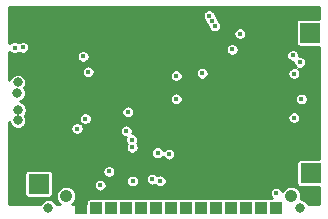
<source format=gbr>
G04 #@! TF.GenerationSoftware,KiCad,Pcbnew,(5.1.6)-1*
G04 #@! TF.CreationDate,2021-09-25T22:06:40+02:00*
G04 #@! TF.ProjectId,nrfmodule,6e72666d-6f64-4756-9c65-2e6b69636164,rev?*
G04 #@! TF.SameCoordinates,Original*
G04 #@! TF.FileFunction,Copper,L3,Inr*
G04 #@! TF.FilePolarity,Positive*
%FSLAX46Y46*%
G04 Gerber Fmt 4.6, Leading zero omitted, Abs format (unit mm)*
G04 Created by KiCad (PCBNEW (5.1.6)-1) date 2021-09-25 22:06:40*
%MOMM*%
%LPD*%
G01*
G04 APERTURE LIST*
G04 #@! TA.AperFunction,ViaPad*
%ADD10R,1.725000X1.725000*%
G04 #@! TD*
G04 #@! TA.AperFunction,ViaPad*
%ADD11C,1.067000*%
G04 #@! TD*
G04 #@! TA.AperFunction,ViaPad*
%ADD12C,0.813000*%
G04 #@! TD*
G04 #@! TA.AperFunction,ViaPad*
%ADD13R,1.016000X1.016000*%
G04 #@! TD*
G04 #@! TA.AperFunction,ViaPad*
%ADD14C,0.450000*%
G04 #@! TD*
G04 #@! TA.AperFunction,ViaPad*
%ADD15C,0.800000*%
G04 #@! TD*
G04 #@! TA.AperFunction,Conductor*
%ADD16C,0.254000*%
G04 #@! TD*
G04 APERTURE END LIST*
D10*
G04 #@! TO.N,+5V*
G04 #@! TO.C,5V+1*
X142030000Y-107360000D03*
G04 #@! TD*
G04 #@! TO.N,GND*
G04 #@! TO.C,GND1*
X142180000Y-93700000D03*
G04 #@! TD*
G04 #@! TO.N,RXNRF*
G04 #@! TO.C,RX1*
X165060000Y-106460000D03*
G04 #@! TD*
G04 #@! TO.N,TXNRF*
G04 #@! TO.C,TX1*
X165000000Y-94560000D03*
G04 #@! TD*
D11*
G04 #@! TO.N,N/C*
G04 #@! TO.C,Edge_Connect1*
X144370000Y-108399000D03*
D12*
X142871000Y-109390000D03*
X164182000Y-109390000D03*
D11*
X163420000Y-108399000D03*
D13*
G04 #@! TO.N,GND*
X145640000Y-109390000D03*
G04 #@! TO.N,Net-(Edge_Connect1-Pad13)*
X146910000Y-109390000D03*
G04 #@! TO.N,Net-(Edge_Connect1-Pad12)*
X148180000Y-109390000D03*
G04 #@! TO.N,Net-(Edge_Connect1-Pad11)*
X149450000Y-109390000D03*
G04 #@! TO.N,TX2*
X150720000Y-109390000D03*
G04 #@! TO.N,RX2*
X151990000Y-109390000D03*
G04 #@! TO.N,TX1*
X153260000Y-109390000D03*
G04 #@! TO.N,RX1*
X154530000Y-109390000D03*
G04 #@! TO.N,SWO*
X155800000Y-109390000D03*
G04 #@! TO.N,SWDIO*
X157070000Y-109390000D03*
G04 #@! TO.N,SWDCLK*
X158340000Y-109390000D03*
G04 #@! TO.N,NRESET*
X159610000Y-109390000D03*
G04 #@! TO.N,+1V8*
X160880000Y-109390000D03*
G04 #@! TO.N,VCC*
X162150000Y-109390000D03*
G04 #@! TD*
D14*
G04 #@! TO.N,GND*
X159760000Y-107900000D03*
G04 #@! TO.N,VCC*
X156470000Y-93120000D03*
D15*
X140280000Y-102000000D03*
X140300000Y-101090000D03*
X140250000Y-99670000D03*
X140260000Y-98770000D03*
G04 #@! TO.N,GND*
X147790000Y-99350000D03*
X144720000Y-99400000D03*
X143050000Y-101920000D03*
X143100000Y-100980000D03*
X143030000Y-99640000D03*
X143030000Y-98710000D03*
D14*
X151100000Y-103650000D03*
D15*
X153390000Y-92760000D03*
X147290000Y-93630000D03*
X144320000Y-93580000D03*
X156700000Y-101720000D03*
X158750000Y-102150000D03*
D14*
X164340000Y-100970000D03*
D15*
X158770000Y-100400000D03*
X158730000Y-98850000D03*
X158740000Y-97370000D03*
X160770000Y-97320000D03*
X160770000Y-98900000D03*
X160750000Y-100470000D03*
X160760000Y-102100000D03*
X152750000Y-98880000D03*
X154780000Y-98890000D03*
X141930000Y-104100000D03*
X141920000Y-104960000D03*
D14*
X157180000Y-104730000D03*
X153000000Y-106410000D03*
D15*
X139890000Y-94600000D03*
X150580000Y-93860000D03*
X162850000Y-95100000D03*
X165410000Y-108730000D03*
X139890000Y-108710000D03*
X139960000Y-106290000D03*
X140430000Y-104900000D03*
X144570000Y-106910000D03*
X149630000Y-100300000D03*
D14*
X154970000Y-106330000D03*
D15*
X139980000Y-92700000D03*
X145740000Y-92810000D03*
X149090000Y-92740000D03*
X165330000Y-92740000D03*
D14*
X149060000Y-106620000D03*
X146880000Y-105620000D03*
X150800000Y-107240000D03*
X165260000Y-95870000D03*
X143050000Y-97620000D03*
X140020000Y-97290000D03*
X159340000Y-93700000D03*
G04 #@! TO.N,VCC*
X164290000Y-100190000D03*
X163642001Y-98030000D03*
X156690000Y-93580000D03*
X156940000Y-93990000D03*
X162150000Y-108150000D03*
G04 #@! TO.N,+1V8*
X140690000Y-95810000D03*
X140000000Y-95820000D03*
X163550000Y-96490000D03*
G04 #@! TO.N,SIM1.8v*
X147980000Y-106315002D03*
X147238989Y-107475769D03*
G04 #@! TO.N,TX2*
X145290000Y-102680000D03*
X159085002Y-94651186D03*
G04 #@! TO.N,RX2*
X146000000Y-101840000D03*
X158415496Y-95981870D03*
G04 #@! TO.N,TX1*
X155880000Y-98000000D03*
G04 #@! TO.N,RX1*
X153697910Y-98206828D03*
X153699675Y-100166134D03*
X153054302Y-104855002D03*
X152330244Y-107111059D03*
G04 #@! TO.N,Net-(NRF91-Pad61)*
X145800000Y-96570000D03*
G04 #@! TO.N,DATSIM*
X149447907Y-102881208D03*
G04 #@! TO.N,CLKSIM*
X149923707Y-103626168D03*
X149580000Y-101270000D03*
X149990000Y-107120814D03*
G04 #@! TO.N,RSTSIM*
X149962699Y-104275000D03*
X152104351Y-104729349D03*
X151643240Y-106971085D03*
G04 #@! TO.N,RXNRF*
X164160000Y-97075002D03*
G04 #@! TO.N,Net-(NRF91-Pad67)*
X146225000Y-97875000D03*
G04 #@! TO.N,+1V8*
X163650000Y-101760000D03*
G04 #@! TD*
D16*
G04 #@! TO.N,GND*
G36*
X165771001Y-93368918D02*
G01*
X164137500Y-93368918D01*
X164073397Y-93375232D01*
X164011757Y-93393930D01*
X163954950Y-93424294D01*
X163905157Y-93465157D01*
X163864294Y-93514950D01*
X163833930Y-93571757D01*
X163815232Y-93633397D01*
X163808918Y-93697500D01*
X163808918Y-95422500D01*
X163815232Y-95486603D01*
X163833930Y-95548243D01*
X163864294Y-95605050D01*
X163905157Y-95654843D01*
X163954950Y-95695706D01*
X164011757Y-95726070D01*
X164073397Y-95744768D01*
X164137500Y-95751082D01*
X165771001Y-95751082D01*
X165771000Y-105268918D01*
X164197500Y-105268918D01*
X164133397Y-105275232D01*
X164071757Y-105293930D01*
X164014950Y-105324294D01*
X163965157Y-105365157D01*
X163924294Y-105414950D01*
X163893930Y-105471757D01*
X163875232Y-105533397D01*
X163868918Y-105597500D01*
X163868918Y-107322500D01*
X163875232Y-107386603D01*
X163893930Y-107448243D01*
X163924294Y-107505050D01*
X163965157Y-107554843D01*
X164014950Y-107595706D01*
X164071757Y-107626070D01*
X164133397Y-107644768D01*
X164197500Y-107651082D01*
X165771000Y-107651082D01*
X165771000Y-109101000D01*
X164856227Y-109101000D01*
X164832019Y-109042558D01*
X164751747Y-108922421D01*
X164649579Y-108820253D01*
X164529442Y-108739981D01*
X164395954Y-108684688D01*
X164254243Y-108656500D01*
X164244739Y-108656500D01*
X164247432Y-108649999D01*
X164280500Y-108483752D01*
X164280500Y-108314248D01*
X164247432Y-108148001D01*
X164182566Y-107991400D01*
X164088394Y-107850463D01*
X163968537Y-107730606D01*
X163827600Y-107636434D01*
X163670999Y-107571568D01*
X163504752Y-107538500D01*
X163335248Y-107538500D01*
X163169001Y-107571568D01*
X163012400Y-107636434D01*
X162871463Y-107730606D01*
X162751606Y-107850463D01*
X162672467Y-107968902D01*
X162639176Y-107888530D01*
X162578766Y-107798120D01*
X162501880Y-107721234D01*
X162411470Y-107660824D01*
X162311012Y-107619213D01*
X162204367Y-107598000D01*
X162095633Y-107598000D01*
X161988988Y-107619213D01*
X161888530Y-107660824D01*
X161798120Y-107721234D01*
X161721234Y-107798120D01*
X161660824Y-107888530D01*
X161619213Y-107988988D01*
X161598000Y-108095633D01*
X161598000Y-108204367D01*
X161619213Y-108311012D01*
X161660824Y-108411470D01*
X161721234Y-108501880D01*
X161772772Y-108553418D01*
X161642000Y-108553418D01*
X161577897Y-108559732D01*
X161516257Y-108578430D01*
X161515000Y-108579102D01*
X161513743Y-108578430D01*
X161452103Y-108559732D01*
X161388000Y-108553418D01*
X160372000Y-108553418D01*
X160307897Y-108559732D01*
X160246257Y-108578430D01*
X160245000Y-108579102D01*
X160243743Y-108578430D01*
X160182103Y-108559732D01*
X160118000Y-108553418D01*
X159102000Y-108553418D01*
X159037897Y-108559732D01*
X158976257Y-108578430D01*
X158975000Y-108579102D01*
X158973743Y-108578430D01*
X158912103Y-108559732D01*
X158848000Y-108553418D01*
X157832000Y-108553418D01*
X157767897Y-108559732D01*
X157706257Y-108578430D01*
X157705000Y-108579102D01*
X157703743Y-108578430D01*
X157642103Y-108559732D01*
X157578000Y-108553418D01*
X156562000Y-108553418D01*
X156497897Y-108559732D01*
X156436257Y-108578430D01*
X156435000Y-108579102D01*
X156433743Y-108578430D01*
X156372103Y-108559732D01*
X156308000Y-108553418D01*
X155292000Y-108553418D01*
X155227897Y-108559732D01*
X155166257Y-108578430D01*
X155165000Y-108579102D01*
X155163743Y-108578430D01*
X155102103Y-108559732D01*
X155038000Y-108553418D01*
X154022000Y-108553418D01*
X153957897Y-108559732D01*
X153896257Y-108578430D01*
X153895000Y-108579102D01*
X153893743Y-108578430D01*
X153832103Y-108559732D01*
X153768000Y-108553418D01*
X152752000Y-108553418D01*
X152687897Y-108559732D01*
X152626257Y-108578430D01*
X152625000Y-108579102D01*
X152623743Y-108578430D01*
X152562103Y-108559732D01*
X152498000Y-108553418D01*
X151482000Y-108553418D01*
X151417897Y-108559732D01*
X151356257Y-108578430D01*
X151355000Y-108579102D01*
X151353743Y-108578430D01*
X151292103Y-108559732D01*
X151228000Y-108553418D01*
X150212000Y-108553418D01*
X150147897Y-108559732D01*
X150086257Y-108578430D01*
X150085000Y-108579102D01*
X150083743Y-108578430D01*
X150022103Y-108559732D01*
X149958000Y-108553418D01*
X148942000Y-108553418D01*
X148877897Y-108559732D01*
X148816257Y-108578430D01*
X148815000Y-108579102D01*
X148813743Y-108578430D01*
X148752103Y-108559732D01*
X148688000Y-108553418D01*
X147672000Y-108553418D01*
X147607897Y-108559732D01*
X147546257Y-108578430D01*
X147545000Y-108579102D01*
X147543743Y-108578430D01*
X147482103Y-108559732D01*
X147418000Y-108553418D01*
X146402000Y-108553418D01*
X146337897Y-108559732D01*
X146276257Y-108578430D01*
X146219450Y-108608794D01*
X146169657Y-108649657D01*
X146128794Y-108699450D01*
X146098430Y-108756257D01*
X146079732Y-108817897D01*
X146073418Y-108882000D01*
X146073418Y-109101000D01*
X144868243Y-109101000D01*
X144918537Y-109067394D01*
X145038394Y-108947537D01*
X145132566Y-108806600D01*
X145197432Y-108649999D01*
X145230500Y-108483752D01*
X145230500Y-108314248D01*
X145197432Y-108148001D01*
X145132566Y-107991400D01*
X145038394Y-107850463D01*
X144918537Y-107730606D01*
X144777600Y-107636434D01*
X144620999Y-107571568D01*
X144454752Y-107538500D01*
X144285248Y-107538500D01*
X144119001Y-107571568D01*
X143962400Y-107636434D01*
X143821463Y-107730606D01*
X143701606Y-107850463D01*
X143607434Y-107991400D01*
X143542568Y-108148001D01*
X143509500Y-108314248D01*
X143509500Y-108483752D01*
X143542568Y-108649999D01*
X143607434Y-108806600D01*
X143701606Y-108947537D01*
X143821463Y-109067394D01*
X143871757Y-109101000D01*
X143545227Y-109101000D01*
X143521019Y-109042558D01*
X143440747Y-108922421D01*
X143338579Y-108820253D01*
X143218442Y-108739981D01*
X143084954Y-108684688D01*
X142943243Y-108656500D01*
X142798757Y-108656500D01*
X142657046Y-108684688D01*
X142523558Y-108739981D01*
X142403421Y-108820253D01*
X142301253Y-108922421D01*
X142220981Y-109042558D01*
X142196773Y-109101000D01*
X139559161Y-109101000D01*
X139560666Y-106497500D01*
X140838918Y-106497500D01*
X140838918Y-108222500D01*
X140845232Y-108286603D01*
X140863930Y-108348243D01*
X140894294Y-108405050D01*
X140935157Y-108454843D01*
X140984950Y-108495706D01*
X141041757Y-108526070D01*
X141103397Y-108544768D01*
X141167500Y-108551082D01*
X142892500Y-108551082D01*
X142956603Y-108544768D01*
X143018243Y-108526070D01*
X143075050Y-108495706D01*
X143124843Y-108454843D01*
X143165706Y-108405050D01*
X143196070Y-108348243D01*
X143214768Y-108286603D01*
X143221082Y-108222500D01*
X143221082Y-107421402D01*
X146686989Y-107421402D01*
X146686989Y-107530136D01*
X146708202Y-107636781D01*
X146749813Y-107737239D01*
X146810223Y-107827649D01*
X146887109Y-107904535D01*
X146977519Y-107964945D01*
X147077977Y-108006556D01*
X147184622Y-108027769D01*
X147293356Y-108027769D01*
X147400001Y-108006556D01*
X147500459Y-107964945D01*
X147590869Y-107904535D01*
X147667755Y-107827649D01*
X147728165Y-107737239D01*
X147769776Y-107636781D01*
X147790989Y-107530136D01*
X147790989Y-107421402D01*
X147769776Y-107314757D01*
X147728165Y-107214299D01*
X147667755Y-107123889D01*
X147610313Y-107066447D01*
X149438000Y-107066447D01*
X149438000Y-107175181D01*
X149459213Y-107281826D01*
X149500824Y-107382284D01*
X149561234Y-107472694D01*
X149638120Y-107549580D01*
X149728530Y-107609990D01*
X149828988Y-107651601D01*
X149935633Y-107672814D01*
X150044367Y-107672814D01*
X150151012Y-107651601D01*
X150251470Y-107609990D01*
X150341880Y-107549580D01*
X150418766Y-107472694D01*
X150479176Y-107382284D01*
X150520787Y-107281826D01*
X150542000Y-107175181D01*
X150542000Y-107066447D01*
X150520787Y-106959802D01*
X150502942Y-106916718D01*
X151091240Y-106916718D01*
X151091240Y-107025452D01*
X151112453Y-107132097D01*
X151154064Y-107232555D01*
X151214474Y-107322965D01*
X151291360Y-107399851D01*
X151381770Y-107460261D01*
X151482228Y-107501872D01*
X151588873Y-107523085D01*
X151697607Y-107523085D01*
X151804252Y-107501872D01*
X151900777Y-107461890D01*
X151901478Y-107462939D01*
X151978364Y-107539825D01*
X152068774Y-107600235D01*
X152169232Y-107641846D01*
X152275877Y-107663059D01*
X152384611Y-107663059D01*
X152491256Y-107641846D01*
X152591714Y-107600235D01*
X152682124Y-107539825D01*
X152759010Y-107462939D01*
X152819420Y-107372529D01*
X152861031Y-107272071D01*
X152882244Y-107165426D01*
X152882244Y-107056692D01*
X152861031Y-106950047D01*
X152819420Y-106849589D01*
X152759010Y-106759179D01*
X152682124Y-106682293D01*
X152591714Y-106621883D01*
X152491256Y-106580272D01*
X152384611Y-106559059D01*
X152275877Y-106559059D01*
X152169232Y-106580272D01*
X152072707Y-106620254D01*
X152072006Y-106619205D01*
X151995120Y-106542319D01*
X151904710Y-106481909D01*
X151804252Y-106440298D01*
X151697607Y-106419085D01*
X151588873Y-106419085D01*
X151482228Y-106440298D01*
X151381770Y-106481909D01*
X151291360Y-106542319D01*
X151214474Y-106619205D01*
X151154064Y-106709615D01*
X151112453Y-106810073D01*
X151091240Y-106916718D01*
X150502942Y-106916718D01*
X150479176Y-106859344D01*
X150418766Y-106768934D01*
X150341880Y-106692048D01*
X150251470Y-106631638D01*
X150151012Y-106590027D01*
X150044367Y-106568814D01*
X149935633Y-106568814D01*
X149828988Y-106590027D01*
X149728530Y-106631638D01*
X149638120Y-106692048D01*
X149561234Y-106768934D01*
X149500824Y-106859344D01*
X149459213Y-106959802D01*
X149438000Y-107066447D01*
X147610313Y-107066447D01*
X147590869Y-107047003D01*
X147500459Y-106986593D01*
X147400001Y-106944982D01*
X147293356Y-106923769D01*
X147184622Y-106923769D01*
X147077977Y-106944982D01*
X146977519Y-106986593D01*
X146887109Y-107047003D01*
X146810223Y-107123889D01*
X146749813Y-107214299D01*
X146708202Y-107314757D01*
X146686989Y-107421402D01*
X143221082Y-107421402D01*
X143221082Y-106497500D01*
X143214768Y-106433397D01*
X143196070Y-106371757D01*
X143165706Y-106314950D01*
X143124843Y-106265157D01*
X143119333Y-106260635D01*
X147428000Y-106260635D01*
X147428000Y-106369369D01*
X147449213Y-106476014D01*
X147490824Y-106576472D01*
X147551234Y-106666882D01*
X147628120Y-106743768D01*
X147718530Y-106804178D01*
X147818988Y-106845789D01*
X147925633Y-106867002D01*
X148034367Y-106867002D01*
X148141012Y-106845789D01*
X148241470Y-106804178D01*
X148331880Y-106743768D01*
X148408766Y-106666882D01*
X148469176Y-106576472D01*
X148510787Y-106476014D01*
X148532000Y-106369369D01*
X148532000Y-106260635D01*
X148510787Y-106153990D01*
X148469176Y-106053532D01*
X148408766Y-105963122D01*
X148331880Y-105886236D01*
X148241470Y-105825826D01*
X148141012Y-105784215D01*
X148034367Y-105763002D01*
X147925633Y-105763002D01*
X147818988Y-105784215D01*
X147718530Y-105825826D01*
X147628120Y-105886236D01*
X147551234Y-105963122D01*
X147490824Y-106053532D01*
X147449213Y-106153990D01*
X147428000Y-106260635D01*
X143119333Y-106260635D01*
X143075050Y-106224294D01*
X143018243Y-106193930D01*
X142956603Y-106175232D01*
X142892500Y-106168918D01*
X141167500Y-106168918D01*
X141103397Y-106175232D01*
X141041757Y-106193930D01*
X140984950Y-106224294D01*
X140935157Y-106265157D01*
X140894294Y-106314950D01*
X140863930Y-106371757D01*
X140845232Y-106433397D01*
X140838918Y-106497500D01*
X139560666Y-106497500D01*
X139563197Y-102122867D01*
X139580938Y-102212058D01*
X139635741Y-102344364D01*
X139715302Y-102463436D01*
X139816564Y-102564698D01*
X139935636Y-102644259D01*
X140067942Y-102699062D01*
X140208397Y-102727000D01*
X140351603Y-102727000D01*
X140492058Y-102699062D01*
X140624364Y-102644259D01*
X140652239Y-102625633D01*
X144738000Y-102625633D01*
X144738000Y-102734367D01*
X144759213Y-102841012D01*
X144800824Y-102941470D01*
X144861234Y-103031880D01*
X144938120Y-103108766D01*
X145028530Y-103169176D01*
X145128988Y-103210787D01*
X145235633Y-103232000D01*
X145344367Y-103232000D01*
X145451012Y-103210787D01*
X145551470Y-103169176D01*
X145641880Y-103108766D01*
X145718766Y-103031880D01*
X145779176Y-102941470D01*
X145820787Y-102841012D01*
X145823605Y-102826841D01*
X148895907Y-102826841D01*
X148895907Y-102935575D01*
X148917120Y-103042220D01*
X148958731Y-103142678D01*
X149019141Y-103233088D01*
X149096027Y-103309974D01*
X149186437Y-103370384D01*
X149286895Y-103411995D01*
X149393540Y-103433208D01*
X149406153Y-103433208D01*
X149392920Y-103465156D01*
X149371707Y-103571801D01*
X149371707Y-103680535D01*
X149392920Y-103787180D01*
X149434531Y-103887638D01*
X149494941Y-103978048D01*
X149496314Y-103979421D01*
X149473523Y-104013530D01*
X149431912Y-104113988D01*
X149410699Y-104220633D01*
X149410699Y-104329367D01*
X149431912Y-104436012D01*
X149473523Y-104536470D01*
X149533933Y-104626880D01*
X149610819Y-104703766D01*
X149701229Y-104764176D01*
X149801687Y-104805787D01*
X149908332Y-104827000D01*
X150017066Y-104827000D01*
X150123711Y-104805787D01*
X150224169Y-104764176D01*
X150314579Y-104703766D01*
X150343363Y-104674982D01*
X151552351Y-104674982D01*
X151552351Y-104783716D01*
X151573564Y-104890361D01*
X151615175Y-104990819D01*
X151675585Y-105081229D01*
X151752471Y-105158115D01*
X151842881Y-105218525D01*
X151943339Y-105260136D01*
X152049984Y-105281349D01*
X152158718Y-105281349D01*
X152265363Y-105260136D01*
X152365821Y-105218525D01*
X152456231Y-105158115D01*
X152533117Y-105081229D01*
X152543865Y-105065143D01*
X152565126Y-105116472D01*
X152625536Y-105206882D01*
X152702422Y-105283768D01*
X152792832Y-105344178D01*
X152893290Y-105385789D01*
X152999935Y-105407002D01*
X153108669Y-105407002D01*
X153215314Y-105385789D01*
X153315772Y-105344178D01*
X153406182Y-105283768D01*
X153483068Y-105206882D01*
X153543478Y-105116472D01*
X153585089Y-105016014D01*
X153606302Y-104909369D01*
X153606302Y-104800635D01*
X153585089Y-104693990D01*
X153543478Y-104593532D01*
X153483068Y-104503122D01*
X153406182Y-104426236D01*
X153315772Y-104365826D01*
X153215314Y-104324215D01*
X153108669Y-104303002D01*
X152999935Y-104303002D01*
X152893290Y-104324215D01*
X152792832Y-104365826D01*
X152702422Y-104426236D01*
X152625536Y-104503122D01*
X152614788Y-104519208D01*
X152593527Y-104467879D01*
X152533117Y-104377469D01*
X152456231Y-104300583D01*
X152365821Y-104240173D01*
X152265363Y-104198562D01*
X152158718Y-104177349D01*
X152049984Y-104177349D01*
X151943339Y-104198562D01*
X151842881Y-104240173D01*
X151752471Y-104300583D01*
X151675585Y-104377469D01*
X151615175Y-104467879D01*
X151573564Y-104568337D01*
X151552351Y-104674982D01*
X150343363Y-104674982D01*
X150391465Y-104626880D01*
X150451875Y-104536470D01*
X150493486Y-104436012D01*
X150514699Y-104329367D01*
X150514699Y-104220633D01*
X150493486Y-104113988D01*
X150451875Y-104013530D01*
X150391465Y-103923120D01*
X150390092Y-103921747D01*
X150412883Y-103887638D01*
X150454494Y-103787180D01*
X150475707Y-103680535D01*
X150475707Y-103571801D01*
X150454494Y-103465156D01*
X150412883Y-103364698D01*
X150352473Y-103274288D01*
X150275587Y-103197402D01*
X150185177Y-103136992D01*
X150084719Y-103095381D01*
X149978074Y-103074168D01*
X149965461Y-103074168D01*
X149978694Y-103042220D01*
X149999907Y-102935575D01*
X149999907Y-102826841D01*
X149978694Y-102720196D01*
X149937083Y-102619738D01*
X149876673Y-102529328D01*
X149799787Y-102452442D01*
X149709377Y-102392032D01*
X149608919Y-102350421D01*
X149502274Y-102329208D01*
X149393540Y-102329208D01*
X149286895Y-102350421D01*
X149186437Y-102392032D01*
X149096027Y-102452442D01*
X149019141Y-102529328D01*
X148958731Y-102619738D01*
X148917120Y-102720196D01*
X148895907Y-102826841D01*
X145823605Y-102826841D01*
X145842000Y-102734367D01*
X145842000Y-102625633D01*
X145820787Y-102518988D01*
X145779176Y-102418530D01*
X145718766Y-102328120D01*
X145682150Y-102291504D01*
X145738530Y-102329176D01*
X145838988Y-102370787D01*
X145945633Y-102392000D01*
X146054367Y-102392000D01*
X146161012Y-102370787D01*
X146261470Y-102329176D01*
X146351880Y-102268766D01*
X146428766Y-102191880D01*
X146489176Y-102101470D01*
X146530787Y-102001012D01*
X146552000Y-101894367D01*
X146552000Y-101785633D01*
X146530787Y-101678988D01*
X146489176Y-101578530D01*
X146428766Y-101488120D01*
X146351880Y-101411234D01*
X146261470Y-101350824D01*
X146161012Y-101309213D01*
X146054367Y-101288000D01*
X145945633Y-101288000D01*
X145838988Y-101309213D01*
X145738530Y-101350824D01*
X145648120Y-101411234D01*
X145571234Y-101488120D01*
X145510824Y-101578530D01*
X145469213Y-101678988D01*
X145448000Y-101785633D01*
X145448000Y-101894367D01*
X145469213Y-102001012D01*
X145510824Y-102101470D01*
X145571234Y-102191880D01*
X145607850Y-102228496D01*
X145551470Y-102190824D01*
X145451012Y-102149213D01*
X145344367Y-102128000D01*
X145235633Y-102128000D01*
X145128988Y-102149213D01*
X145028530Y-102190824D01*
X144938120Y-102251234D01*
X144861234Y-102328120D01*
X144800824Y-102418530D01*
X144759213Y-102518988D01*
X144738000Y-102625633D01*
X140652239Y-102625633D01*
X140743436Y-102564698D01*
X140844698Y-102463436D01*
X140924259Y-102344364D01*
X140979062Y-102212058D01*
X141007000Y-102071603D01*
X141007000Y-101928397D01*
X140979062Y-101787942D01*
X140924259Y-101655636D01*
X140859467Y-101558667D01*
X140864698Y-101553436D01*
X140944259Y-101434364D01*
X140999062Y-101302058D01*
X141016252Y-101215633D01*
X149028000Y-101215633D01*
X149028000Y-101324367D01*
X149049213Y-101431012D01*
X149090824Y-101531470D01*
X149151234Y-101621880D01*
X149228120Y-101698766D01*
X149318530Y-101759176D01*
X149418988Y-101800787D01*
X149525633Y-101822000D01*
X149634367Y-101822000D01*
X149741012Y-101800787D01*
X149841470Y-101759176D01*
X149921602Y-101705633D01*
X163098000Y-101705633D01*
X163098000Y-101814367D01*
X163119213Y-101921012D01*
X163160824Y-102021470D01*
X163221234Y-102111880D01*
X163298120Y-102188766D01*
X163388530Y-102249176D01*
X163488988Y-102290787D01*
X163595633Y-102312000D01*
X163704367Y-102312000D01*
X163811012Y-102290787D01*
X163911470Y-102249176D01*
X164001880Y-102188766D01*
X164078766Y-102111880D01*
X164139176Y-102021470D01*
X164180787Y-101921012D01*
X164202000Y-101814367D01*
X164202000Y-101705633D01*
X164180787Y-101598988D01*
X164139176Y-101498530D01*
X164078766Y-101408120D01*
X164001880Y-101331234D01*
X163911470Y-101270824D01*
X163811012Y-101229213D01*
X163704367Y-101208000D01*
X163595633Y-101208000D01*
X163488988Y-101229213D01*
X163388530Y-101270824D01*
X163298120Y-101331234D01*
X163221234Y-101408120D01*
X163160824Y-101498530D01*
X163119213Y-101598988D01*
X163098000Y-101705633D01*
X149921602Y-101705633D01*
X149931880Y-101698766D01*
X150008766Y-101621880D01*
X150069176Y-101531470D01*
X150110787Y-101431012D01*
X150132000Y-101324367D01*
X150132000Y-101215633D01*
X150110787Y-101108988D01*
X150069176Y-101008530D01*
X150008766Y-100918120D01*
X149931880Y-100841234D01*
X149841470Y-100780824D01*
X149741012Y-100739213D01*
X149634367Y-100718000D01*
X149525633Y-100718000D01*
X149418988Y-100739213D01*
X149318530Y-100780824D01*
X149228120Y-100841234D01*
X149151234Y-100918120D01*
X149090824Y-101008530D01*
X149049213Y-101108988D01*
X149028000Y-101215633D01*
X141016252Y-101215633D01*
X141027000Y-101161603D01*
X141027000Y-101018397D01*
X140999062Y-100877942D01*
X140944259Y-100745636D01*
X140864698Y-100626564D01*
X140763436Y-100525302D01*
X140644364Y-100445741D01*
X140512058Y-100390938D01*
X140432068Y-100375027D01*
X140462058Y-100369062D01*
X140594364Y-100314259D01*
X140713436Y-100234698D01*
X140814698Y-100133436D01*
X140829176Y-100111767D01*
X153147675Y-100111767D01*
X153147675Y-100220501D01*
X153168888Y-100327146D01*
X153210499Y-100427604D01*
X153270909Y-100518014D01*
X153347795Y-100594900D01*
X153438205Y-100655310D01*
X153538663Y-100696921D01*
X153645308Y-100718134D01*
X153754042Y-100718134D01*
X153860687Y-100696921D01*
X153961145Y-100655310D01*
X154051555Y-100594900D01*
X154128441Y-100518014D01*
X154188851Y-100427604D01*
X154230462Y-100327146D01*
X154251675Y-100220501D01*
X154251675Y-100135633D01*
X163738000Y-100135633D01*
X163738000Y-100244367D01*
X163759213Y-100351012D01*
X163800824Y-100451470D01*
X163861234Y-100541880D01*
X163938120Y-100618766D01*
X164028530Y-100679176D01*
X164128988Y-100720787D01*
X164235633Y-100742000D01*
X164344367Y-100742000D01*
X164451012Y-100720787D01*
X164551470Y-100679176D01*
X164641880Y-100618766D01*
X164718766Y-100541880D01*
X164779176Y-100451470D01*
X164820787Y-100351012D01*
X164842000Y-100244367D01*
X164842000Y-100135633D01*
X164820787Y-100028988D01*
X164779176Y-99928530D01*
X164718766Y-99838120D01*
X164641880Y-99761234D01*
X164551470Y-99700824D01*
X164451012Y-99659213D01*
X164344367Y-99638000D01*
X164235633Y-99638000D01*
X164128988Y-99659213D01*
X164028530Y-99700824D01*
X163938120Y-99761234D01*
X163861234Y-99838120D01*
X163800824Y-99928530D01*
X163759213Y-100028988D01*
X163738000Y-100135633D01*
X154251675Y-100135633D01*
X154251675Y-100111767D01*
X154230462Y-100005122D01*
X154188851Y-99904664D01*
X154128441Y-99814254D01*
X154051555Y-99737368D01*
X153961145Y-99676958D01*
X153860687Y-99635347D01*
X153754042Y-99614134D01*
X153645308Y-99614134D01*
X153538663Y-99635347D01*
X153438205Y-99676958D01*
X153347795Y-99737368D01*
X153270909Y-99814254D01*
X153210499Y-99904664D01*
X153168888Y-100005122D01*
X153147675Y-100111767D01*
X140829176Y-100111767D01*
X140894259Y-100014364D01*
X140949062Y-99882058D01*
X140977000Y-99741603D01*
X140977000Y-99598397D01*
X140949062Y-99457942D01*
X140894259Y-99325636D01*
X140828676Y-99227483D01*
X140904259Y-99114364D01*
X140959062Y-98982058D01*
X140987000Y-98841603D01*
X140987000Y-98698397D01*
X140959062Y-98557942D01*
X140904259Y-98425636D01*
X140824698Y-98306564D01*
X140723436Y-98205302D01*
X140604364Y-98125741D01*
X140472058Y-98070938D01*
X140331603Y-98043000D01*
X140188397Y-98043000D01*
X140047942Y-98070938D01*
X139915636Y-98125741D01*
X139796564Y-98205302D01*
X139695302Y-98306564D01*
X139615741Y-98425636D01*
X139565265Y-98547497D01*
X139565685Y-97820633D01*
X145673000Y-97820633D01*
X145673000Y-97929367D01*
X145694213Y-98036012D01*
X145735824Y-98136470D01*
X145796234Y-98226880D01*
X145873120Y-98303766D01*
X145963530Y-98364176D01*
X146063988Y-98405787D01*
X146170633Y-98427000D01*
X146279367Y-98427000D01*
X146386012Y-98405787D01*
X146486470Y-98364176D01*
X146576880Y-98303766D01*
X146653766Y-98226880D01*
X146703491Y-98152461D01*
X153145910Y-98152461D01*
X153145910Y-98261195D01*
X153167123Y-98367840D01*
X153208734Y-98468298D01*
X153269144Y-98558708D01*
X153346030Y-98635594D01*
X153436440Y-98696004D01*
X153536898Y-98737615D01*
X153643543Y-98758828D01*
X153752277Y-98758828D01*
X153858922Y-98737615D01*
X153959380Y-98696004D01*
X154049790Y-98635594D01*
X154126676Y-98558708D01*
X154187086Y-98468298D01*
X154228697Y-98367840D01*
X154249910Y-98261195D01*
X154249910Y-98152461D01*
X154228697Y-98045816D01*
X154187200Y-97945633D01*
X155328000Y-97945633D01*
X155328000Y-98054367D01*
X155349213Y-98161012D01*
X155390824Y-98261470D01*
X155451234Y-98351880D01*
X155528120Y-98428766D01*
X155618530Y-98489176D01*
X155718988Y-98530787D01*
X155825633Y-98552000D01*
X155934367Y-98552000D01*
X156041012Y-98530787D01*
X156141470Y-98489176D01*
X156231880Y-98428766D01*
X156308766Y-98351880D01*
X156369176Y-98261470D01*
X156410787Y-98161012D01*
X156432000Y-98054367D01*
X156432000Y-97945633D01*
X156410787Y-97838988D01*
X156369176Y-97738530D01*
X156308766Y-97648120D01*
X156231880Y-97571234D01*
X156141470Y-97510824D01*
X156041012Y-97469213D01*
X155934367Y-97448000D01*
X155825633Y-97448000D01*
X155718988Y-97469213D01*
X155618530Y-97510824D01*
X155528120Y-97571234D01*
X155451234Y-97648120D01*
X155390824Y-97738530D01*
X155349213Y-97838988D01*
X155328000Y-97945633D01*
X154187200Y-97945633D01*
X154187086Y-97945358D01*
X154126676Y-97854948D01*
X154049790Y-97778062D01*
X153959380Y-97717652D01*
X153858922Y-97676041D01*
X153752277Y-97654828D01*
X153643543Y-97654828D01*
X153536898Y-97676041D01*
X153436440Y-97717652D01*
X153346030Y-97778062D01*
X153269144Y-97854948D01*
X153208734Y-97945358D01*
X153167123Y-98045816D01*
X153145910Y-98152461D01*
X146703491Y-98152461D01*
X146714176Y-98136470D01*
X146755787Y-98036012D01*
X146777000Y-97929367D01*
X146777000Y-97820633D01*
X146755787Y-97713988D01*
X146714176Y-97613530D01*
X146653766Y-97523120D01*
X146576880Y-97446234D01*
X146486470Y-97385824D01*
X146386012Y-97344213D01*
X146279367Y-97323000D01*
X146170633Y-97323000D01*
X146063988Y-97344213D01*
X145963530Y-97385824D01*
X145873120Y-97446234D01*
X145796234Y-97523120D01*
X145735824Y-97613530D01*
X145694213Y-97713988D01*
X145673000Y-97820633D01*
X139565685Y-97820633D01*
X139566440Y-96515633D01*
X145248000Y-96515633D01*
X145248000Y-96624367D01*
X145269213Y-96731012D01*
X145310824Y-96831470D01*
X145371234Y-96921880D01*
X145448120Y-96998766D01*
X145538530Y-97059176D01*
X145638988Y-97100787D01*
X145745633Y-97122000D01*
X145854367Y-97122000D01*
X145961012Y-97100787D01*
X146061470Y-97059176D01*
X146151880Y-96998766D01*
X146228766Y-96921880D01*
X146289176Y-96831470D01*
X146330787Y-96731012D01*
X146352000Y-96624367D01*
X146352000Y-96515633D01*
X146330787Y-96408988D01*
X146289176Y-96308530D01*
X146228766Y-96218120D01*
X146151880Y-96141234D01*
X146061470Y-96080824D01*
X145961012Y-96039213D01*
X145854367Y-96018000D01*
X145745633Y-96018000D01*
X145638988Y-96039213D01*
X145538530Y-96080824D01*
X145448120Y-96141234D01*
X145371234Y-96218120D01*
X145310824Y-96308530D01*
X145269213Y-96408988D01*
X145248000Y-96515633D01*
X139566440Y-96515633D01*
X139566643Y-96165008D01*
X139571234Y-96171880D01*
X139648120Y-96248766D01*
X139738530Y-96309176D01*
X139838988Y-96350787D01*
X139945633Y-96372000D01*
X140054367Y-96372000D01*
X140161012Y-96350787D01*
X140261470Y-96309176D01*
X140351880Y-96248766D01*
X140352363Y-96248283D01*
X140428530Y-96299176D01*
X140528988Y-96340787D01*
X140635633Y-96362000D01*
X140744367Y-96362000D01*
X140851012Y-96340787D01*
X140951470Y-96299176D01*
X141041880Y-96238766D01*
X141118766Y-96161880D01*
X141179176Y-96071470D01*
X141220787Y-95971012D01*
X141229441Y-95927503D01*
X157863496Y-95927503D01*
X157863496Y-96036237D01*
X157884709Y-96142882D01*
X157926320Y-96243340D01*
X157986730Y-96333750D01*
X158063616Y-96410636D01*
X158154026Y-96471046D01*
X158254484Y-96512657D01*
X158361129Y-96533870D01*
X158469863Y-96533870D01*
X158576508Y-96512657D01*
X158676966Y-96471046D01*
X158729965Y-96435633D01*
X162998000Y-96435633D01*
X162998000Y-96544367D01*
X163019213Y-96651012D01*
X163060824Y-96751470D01*
X163121234Y-96841880D01*
X163198120Y-96918766D01*
X163288530Y-96979176D01*
X163388988Y-97020787D01*
X163495633Y-97042000D01*
X163604367Y-97042000D01*
X163608000Y-97041277D01*
X163608000Y-97129369D01*
X163629213Y-97236014D01*
X163670824Y-97336472D01*
X163731234Y-97426882D01*
X163803955Y-97499603D01*
X163803013Y-97499213D01*
X163696368Y-97478000D01*
X163587634Y-97478000D01*
X163480989Y-97499213D01*
X163380531Y-97540824D01*
X163290121Y-97601234D01*
X163213235Y-97678120D01*
X163152825Y-97768530D01*
X163111214Y-97868988D01*
X163090001Y-97975633D01*
X163090001Y-98084367D01*
X163111214Y-98191012D01*
X163152825Y-98291470D01*
X163213235Y-98381880D01*
X163290121Y-98458766D01*
X163380531Y-98519176D01*
X163480989Y-98560787D01*
X163587634Y-98582000D01*
X163696368Y-98582000D01*
X163803013Y-98560787D01*
X163903471Y-98519176D01*
X163993881Y-98458766D01*
X164070767Y-98381880D01*
X164131177Y-98291470D01*
X164172788Y-98191012D01*
X164194001Y-98084367D01*
X164194001Y-97975633D01*
X164172788Y-97868988D01*
X164131177Y-97768530D01*
X164070767Y-97678120D01*
X163998046Y-97605399D01*
X163998988Y-97605789D01*
X164105633Y-97627002D01*
X164214367Y-97627002D01*
X164321012Y-97605789D01*
X164421470Y-97564178D01*
X164511880Y-97503768D01*
X164588766Y-97426882D01*
X164649176Y-97336472D01*
X164690787Y-97236014D01*
X164712000Y-97129369D01*
X164712000Y-97020635D01*
X164690787Y-96913990D01*
X164649176Y-96813532D01*
X164588766Y-96723122D01*
X164511880Y-96646236D01*
X164421470Y-96585826D01*
X164321012Y-96544215D01*
X164214367Y-96523002D01*
X164105633Y-96523002D01*
X164102000Y-96523725D01*
X164102000Y-96435633D01*
X164080787Y-96328988D01*
X164039176Y-96228530D01*
X163978766Y-96138120D01*
X163901880Y-96061234D01*
X163811470Y-96000824D01*
X163711012Y-95959213D01*
X163604367Y-95938000D01*
X163495633Y-95938000D01*
X163388988Y-95959213D01*
X163288530Y-96000824D01*
X163198120Y-96061234D01*
X163121234Y-96138120D01*
X163060824Y-96228530D01*
X163019213Y-96328988D01*
X162998000Y-96435633D01*
X158729965Y-96435633D01*
X158767376Y-96410636D01*
X158844262Y-96333750D01*
X158904672Y-96243340D01*
X158946283Y-96142882D01*
X158967496Y-96036237D01*
X158967496Y-95927503D01*
X158946283Y-95820858D01*
X158904672Y-95720400D01*
X158844262Y-95629990D01*
X158767376Y-95553104D01*
X158676966Y-95492694D01*
X158576508Y-95451083D01*
X158469863Y-95429870D01*
X158361129Y-95429870D01*
X158254484Y-95451083D01*
X158154026Y-95492694D01*
X158063616Y-95553104D01*
X157986730Y-95629990D01*
X157926320Y-95720400D01*
X157884709Y-95820858D01*
X157863496Y-95927503D01*
X141229441Y-95927503D01*
X141242000Y-95864367D01*
X141242000Y-95755633D01*
X141220787Y-95648988D01*
X141179176Y-95548530D01*
X141118766Y-95458120D01*
X141041880Y-95381234D01*
X140951470Y-95320824D01*
X140851012Y-95279213D01*
X140744367Y-95258000D01*
X140635633Y-95258000D01*
X140528988Y-95279213D01*
X140428530Y-95320824D01*
X140338120Y-95381234D01*
X140337637Y-95381717D01*
X140261470Y-95330824D01*
X140161012Y-95289213D01*
X140054367Y-95268000D01*
X139945633Y-95268000D01*
X139838988Y-95289213D01*
X139738530Y-95330824D01*
X139648120Y-95391234D01*
X139571234Y-95468120D01*
X139567042Y-95474394D01*
X139567549Y-94596819D01*
X158533002Y-94596819D01*
X158533002Y-94705553D01*
X158554215Y-94812198D01*
X158595826Y-94912656D01*
X158656236Y-95003066D01*
X158733122Y-95079952D01*
X158823532Y-95140362D01*
X158923990Y-95181973D01*
X159030635Y-95203186D01*
X159139369Y-95203186D01*
X159246014Y-95181973D01*
X159346472Y-95140362D01*
X159436882Y-95079952D01*
X159513768Y-95003066D01*
X159574178Y-94912656D01*
X159615789Y-94812198D01*
X159637002Y-94705553D01*
X159637002Y-94596819D01*
X159615789Y-94490174D01*
X159574178Y-94389716D01*
X159513768Y-94299306D01*
X159436882Y-94222420D01*
X159346472Y-94162010D01*
X159246014Y-94120399D01*
X159139369Y-94099186D01*
X159030635Y-94099186D01*
X158923990Y-94120399D01*
X158823532Y-94162010D01*
X158733122Y-94222420D01*
X158656236Y-94299306D01*
X158595826Y-94389716D01*
X158554215Y-94490174D01*
X158533002Y-94596819D01*
X139567549Y-94596819D01*
X139568435Y-93065633D01*
X155918000Y-93065633D01*
X155918000Y-93174367D01*
X155939213Y-93281012D01*
X155980824Y-93381470D01*
X156041234Y-93471880D01*
X156118120Y-93548766D01*
X156138000Y-93562049D01*
X156138000Y-93634367D01*
X156159213Y-93741012D01*
X156200824Y-93841470D01*
X156261234Y-93931880D01*
X156338120Y-94008766D01*
X156388000Y-94042095D01*
X156388000Y-94044367D01*
X156409213Y-94151012D01*
X156450824Y-94251470D01*
X156511234Y-94341880D01*
X156588120Y-94418766D01*
X156678530Y-94479176D01*
X156778988Y-94520787D01*
X156885633Y-94542000D01*
X156994367Y-94542000D01*
X157101012Y-94520787D01*
X157201470Y-94479176D01*
X157291880Y-94418766D01*
X157368766Y-94341880D01*
X157429176Y-94251470D01*
X157470787Y-94151012D01*
X157492000Y-94044367D01*
X157492000Y-93935633D01*
X157470787Y-93828988D01*
X157429176Y-93728530D01*
X157368766Y-93638120D01*
X157291880Y-93561234D01*
X157242000Y-93527905D01*
X157242000Y-93525633D01*
X157220787Y-93418988D01*
X157179176Y-93318530D01*
X157118766Y-93228120D01*
X157041880Y-93151234D01*
X157022000Y-93137951D01*
X157022000Y-93065633D01*
X157000787Y-92958988D01*
X156959176Y-92858530D01*
X156898766Y-92768120D01*
X156821880Y-92691234D01*
X156731470Y-92630824D01*
X156631012Y-92589213D01*
X156524367Y-92568000D01*
X156415633Y-92568000D01*
X156308988Y-92589213D01*
X156208530Y-92630824D01*
X156118120Y-92691234D01*
X156041234Y-92768120D01*
X155980824Y-92858530D01*
X155939213Y-92958988D01*
X155918000Y-93065633D01*
X139568435Y-93065633D01*
X139568838Y-92369000D01*
X165771001Y-92369000D01*
X165771001Y-93368918D01*
G37*
X165771001Y-93368918D02*
X164137500Y-93368918D01*
X164073397Y-93375232D01*
X164011757Y-93393930D01*
X163954950Y-93424294D01*
X163905157Y-93465157D01*
X163864294Y-93514950D01*
X163833930Y-93571757D01*
X163815232Y-93633397D01*
X163808918Y-93697500D01*
X163808918Y-95422500D01*
X163815232Y-95486603D01*
X163833930Y-95548243D01*
X163864294Y-95605050D01*
X163905157Y-95654843D01*
X163954950Y-95695706D01*
X164011757Y-95726070D01*
X164073397Y-95744768D01*
X164137500Y-95751082D01*
X165771001Y-95751082D01*
X165771000Y-105268918D01*
X164197500Y-105268918D01*
X164133397Y-105275232D01*
X164071757Y-105293930D01*
X164014950Y-105324294D01*
X163965157Y-105365157D01*
X163924294Y-105414950D01*
X163893930Y-105471757D01*
X163875232Y-105533397D01*
X163868918Y-105597500D01*
X163868918Y-107322500D01*
X163875232Y-107386603D01*
X163893930Y-107448243D01*
X163924294Y-107505050D01*
X163965157Y-107554843D01*
X164014950Y-107595706D01*
X164071757Y-107626070D01*
X164133397Y-107644768D01*
X164197500Y-107651082D01*
X165771000Y-107651082D01*
X165771000Y-109101000D01*
X164856227Y-109101000D01*
X164832019Y-109042558D01*
X164751747Y-108922421D01*
X164649579Y-108820253D01*
X164529442Y-108739981D01*
X164395954Y-108684688D01*
X164254243Y-108656500D01*
X164244739Y-108656500D01*
X164247432Y-108649999D01*
X164280500Y-108483752D01*
X164280500Y-108314248D01*
X164247432Y-108148001D01*
X164182566Y-107991400D01*
X164088394Y-107850463D01*
X163968537Y-107730606D01*
X163827600Y-107636434D01*
X163670999Y-107571568D01*
X163504752Y-107538500D01*
X163335248Y-107538500D01*
X163169001Y-107571568D01*
X163012400Y-107636434D01*
X162871463Y-107730606D01*
X162751606Y-107850463D01*
X162672467Y-107968902D01*
X162639176Y-107888530D01*
X162578766Y-107798120D01*
X162501880Y-107721234D01*
X162411470Y-107660824D01*
X162311012Y-107619213D01*
X162204367Y-107598000D01*
X162095633Y-107598000D01*
X161988988Y-107619213D01*
X161888530Y-107660824D01*
X161798120Y-107721234D01*
X161721234Y-107798120D01*
X161660824Y-107888530D01*
X161619213Y-107988988D01*
X161598000Y-108095633D01*
X161598000Y-108204367D01*
X161619213Y-108311012D01*
X161660824Y-108411470D01*
X161721234Y-108501880D01*
X161772772Y-108553418D01*
X161642000Y-108553418D01*
X161577897Y-108559732D01*
X161516257Y-108578430D01*
X161515000Y-108579102D01*
X161513743Y-108578430D01*
X161452103Y-108559732D01*
X161388000Y-108553418D01*
X160372000Y-108553418D01*
X160307897Y-108559732D01*
X160246257Y-108578430D01*
X160245000Y-108579102D01*
X160243743Y-108578430D01*
X160182103Y-108559732D01*
X160118000Y-108553418D01*
X159102000Y-108553418D01*
X159037897Y-108559732D01*
X158976257Y-108578430D01*
X158975000Y-108579102D01*
X158973743Y-108578430D01*
X158912103Y-108559732D01*
X158848000Y-108553418D01*
X157832000Y-108553418D01*
X157767897Y-108559732D01*
X157706257Y-108578430D01*
X157705000Y-108579102D01*
X157703743Y-108578430D01*
X157642103Y-108559732D01*
X157578000Y-108553418D01*
X156562000Y-108553418D01*
X156497897Y-108559732D01*
X156436257Y-108578430D01*
X156435000Y-108579102D01*
X156433743Y-108578430D01*
X156372103Y-108559732D01*
X156308000Y-108553418D01*
X155292000Y-108553418D01*
X155227897Y-108559732D01*
X155166257Y-108578430D01*
X155165000Y-108579102D01*
X155163743Y-108578430D01*
X155102103Y-108559732D01*
X155038000Y-108553418D01*
X154022000Y-108553418D01*
X153957897Y-108559732D01*
X153896257Y-108578430D01*
X153895000Y-108579102D01*
X153893743Y-108578430D01*
X153832103Y-108559732D01*
X153768000Y-108553418D01*
X152752000Y-108553418D01*
X152687897Y-108559732D01*
X152626257Y-108578430D01*
X152625000Y-108579102D01*
X152623743Y-108578430D01*
X152562103Y-108559732D01*
X152498000Y-108553418D01*
X151482000Y-108553418D01*
X151417897Y-108559732D01*
X151356257Y-108578430D01*
X151355000Y-108579102D01*
X151353743Y-108578430D01*
X151292103Y-108559732D01*
X151228000Y-108553418D01*
X150212000Y-108553418D01*
X150147897Y-108559732D01*
X150086257Y-108578430D01*
X150085000Y-108579102D01*
X150083743Y-108578430D01*
X150022103Y-108559732D01*
X149958000Y-108553418D01*
X148942000Y-108553418D01*
X148877897Y-108559732D01*
X148816257Y-108578430D01*
X148815000Y-108579102D01*
X148813743Y-108578430D01*
X148752103Y-108559732D01*
X148688000Y-108553418D01*
X147672000Y-108553418D01*
X147607897Y-108559732D01*
X147546257Y-108578430D01*
X147545000Y-108579102D01*
X147543743Y-108578430D01*
X147482103Y-108559732D01*
X147418000Y-108553418D01*
X146402000Y-108553418D01*
X146337897Y-108559732D01*
X146276257Y-108578430D01*
X146219450Y-108608794D01*
X146169657Y-108649657D01*
X146128794Y-108699450D01*
X146098430Y-108756257D01*
X146079732Y-108817897D01*
X146073418Y-108882000D01*
X146073418Y-109101000D01*
X144868243Y-109101000D01*
X144918537Y-109067394D01*
X145038394Y-108947537D01*
X145132566Y-108806600D01*
X145197432Y-108649999D01*
X145230500Y-108483752D01*
X145230500Y-108314248D01*
X145197432Y-108148001D01*
X145132566Y-107991400D01*
X145038394Y-107850463D01*
X144918537Y-107730606D01*
X144777600Y-107636434D01*
X144620999Y-107571568D01*
X144454752Y-107538500D01*
X144285248Y-107538500D01*
X144119001Y-107571568D01*
X143962400Y-107636434D01*
X143821463Y-107730606D01*
X143701606Y-107850463D01*
X143607434Y-107991400D01*
X143542568Y-108148001D01*
X143509500Y-108314248D01*
X143509500Y-108483752D01*
X143542568Y-108649999D01*
X143607434Y-108806600D01*
X143701606Y-108947537D01*
X143821463Y-109067394D01*
X143871757Y-109101000D01*
X143545227Y-109101000D01*
X143521019Y-109042558D01*
X143440747Y-108922421D01*
X143338579Y-108820253D01*
X143218442Y-108739981D01*
X143084954Y-108684688D01*
X142943243Y-108656500D01*
X142798757Y-108656500D01*
X142657046Y-108684688D01*
X142523558Y-108739981D01*
X142403421Y-108820253D01*
X142301253Y-108922421D01*
X142220981Y-109042558D01*
X142196773Y-109101000D01*
X139559161Y-109101000D01*
X139560666Y-106497500D01*
X140838918Y-106497500D01*
X140838918Y-108222500D01*
X140845232Y-108286603D01*
X140863930Y-108348243D01*
X140894294Y-108405050D01*
X140935157Y-108454843D01*
X140984950Y-108495706D01*
X141041757Y-108526070D01*
X141103397Y-108544768D01*
X141167500Y-108551082D01*
X142892500Y-108551082D01*
X142956603Y-108544768D01*
X143018243Y-108526070D01*
X143075050Y-108495706D01*
X143124843Y-108454843D01*
X143165706Y-108405050D01*
X143196070Y-108348243D01*
X143214768Y-108286603D01*
X143221082Y-108222500D01*
X143221082Y-107421402D01*
X146686989Y-107421402D01*
X146686989Y-107530136D01*
X146708202Y-107636781D01*
X146749813Y-107737239D01*
X146810223Y-107827649D01*
X146887109Y-107904535D01*
X146977519Y-107964945D01*
X147077977Y-108006556D01*
X147184622Y-108027769D01*
X147293356Y-108027769D01*
X147400001Y-108006556D01*
X147500459Y-107964945D01*
X147590869Y-107904535D01*
X147667755Y-107827649D01*
X147728165Y-107737239D01*
X147769776Y-107636781D01*
X147790989Y-107530136D01*
X147790989Y-107421402D01*
X147769776Y-107314757D01*
X147728165Y-107214299D01*
X147667755Y-107123889D01*
X147610313Y-107066447D01*
X149438000Y-107066447D01*
X149438000Y-107175181D01*
X149459213Y-107281826D01*
X149500824Y-107382284D01*
X149561234Y-107472694D01*
X149638120Y-107549580D01*
X149728530Y-107609990D01*
X149828988Y-107651601D01*
X149935633Y-107672814D01*
X150044367Y-107672814D01*
X150151012Y-107651601D01*
X150251470Y-107609990D01*
X150341880Y-107549580D01*
X150418766Y-107472694D01*
X150479176Y-107382284D01*
X150520787Y-107281826D01*
X150542000Y-107175181D01*
X150542000Y-107066447D01*
X150520787Y-106959802D01*
X150502942Y-106916718D01*
X151091240Y-106916718D01*
X151091240Y-107025452D01*
X151112453Y-107132097D01*
X151154064Y-107232555D01*
X151214474Y-107322965D01*
X151291360Y-107399851D01*
X151381770Y-107460261D01*
X151482228Y-107501872D01*
X151588873Y-107523085D01*
X151697607Y-107523085D01*
X151804252Y-107501872D01*
X151900777Y-107461890D01*
X151901478Y-107462939D01*
X151978364Y-107539825D01*
X152068774Y-107600235D01*
X152169232Y-107641846D01*
X152275877Y-107663059D01*
X152384611Y-107663059D01*
X152491256Y-107641846D01*
X152591714Y-107600235D01*
X152682124Y-107539825D01*
X152759010Y-107462939D01*
X152819420Y-107372529D01*
X152861031Y-107272071D01*
X152882244Y-107165426D01*
X152882244Y-107056692D01*
X152861031Y-106950047D01*
X152819420Y-106849589D01*
X152759010Y-106759179D01*
X152682124Y-106682293D01*
X152591714Y-106621883D01*
X152491256Y-106580272D01*
X152384611Y-106559059D01*
X152275877Y-106559059D01*
X152169232Y-106580272D01*
X152072707Y-106620254D01*
X152072006Y-106619205D01*
X151995120Y-106542319D01*
X151904710Y-106481909D01*
X151804252Y-106440298D01*
X151697607Y-106419085D01*
X151588873Y-106419085D01*
X151482228Y-106440298D01*
X151381770Y-106481909D01*
X151291360Y-106542319D01*
X151214474Y-106619205D01*
X151154064Y-106709615D01*
X151112453Y-106810073D01*
X151091240Y-106916718D01*
X150502942Y-106916718D01*
X150479176Y-106859344D01*
X150418766Y-106768934D01*
X150341880Y-106692048D01*
X150251470Y-106631638D01*
X150151012Y-106590027D01*
X150044367Y-106568814D01*
X149935633Y-106568814D01*
X149828988Y-106590027D01*
X149728530Y-106631638D01*
X149638120Y-106692048D01*
X149561234Y-106768934D01*
X149500824Y-106859344D01*
X149459213Y-106959802D01*
X149438000Y-107066447D01*
X147610313Y-107066447D01*
X147590869Y-107047003D01*
X147500459Y-106986593D01*
X147400001Y-106944982D01*
X147293356Y-106923769D01*
X147184622Y-106923769D01*
X147077977Y-106944982D01*
X146977519Y-106986593D01*
X146887109Y-107047003D01*
X146810223Y-107123889D01*
X146749813Y-107214299D01*
X146708202Y-107314757D01*
X146686989Y-107421402D01*
X143221082Y-107421402D01*
X143221082Y-106497500D01*
X143214768Y-106433397D01*
X143196070Y-106371757D01*
X143165706Y-106314950D01*
X143124843Y-106265157D01*
X143119333Y-106260635D01*
X147428000Y-106260635D01*
X147428000Y-106369369D01*
X147449213Y-106476014D01*
X147490824Y-106576472D01*
X147551234Y-106666882D01*
X147628120Y-106743768D01*
X147718530Y-106804178D01*
X147818988Y-106845789D01*
X147925633Y-106867002D01*
X148034367Y-106867002D01*
X148141012Y-106845789D01*
X148241470Y-106804178D01*
X148331880Y-106743768D01*
X148408766Y-106666882D01*
X148469176Y-106576472D01*
X148510787Y-106476014D01*
X148532000Y-106369369D01*
X148532000Y-106260635D01*
X148510787Y-106153990D01*
X148469176Y-106053532D01*
X148408766Y-105963122D01*
X148331880Y-105886236D01*
X148241470Y-105825826D01*
X148141012Y-105784215D01*
X148034367Y-105763002D01*
X147925633Y-105763002D01*
X147818988Y-105784215D01*
X147718530Y-105825826D01*
X147628120Y-105886236D01*
X147551234Y-105963122D01*
X147490824Y-106053532D01*
X147449213Y-106153990D01*
X147428000Y-106260635D01*
X143119333Y-106260635D01*
X143075050Y-106224294D01*
X143018243Y-106193930D01*
X142956603Y-106175232D01*
X142892500Y-106168918D01*
X141167500Y-106168918D01*
X141103397Y-106175232D01*
X141041757Y-106193930D01*
X140984950Y-106224294D01*
X140935157Y-106265157D01*
X140894294Y-106314950D01*
X140863930Y-106371757D01*
X140845232Y-106433397D01*
X140838918Y-106497500D01*
X139560666Y-106497500D01*
X139563197Y-102122867D01*
X139580938Y-102212058D01*
X139635741Y-102344364D01*
X139715302Y-102463436D01*
X139816564Y-102564698D01*
X139935636Y-102644259D01*
X140067942Y-102699062D01*
X140208397Y-102727000D01*
X140351603Y-102727000D01*
X140492058Y-102699062D01*
X140624364Y-102644259D01*
X140652239Y-102625633D01*
X144738000Y-102625633D01*
X144738000Y-102734367D01*
X144759213Y-102841012D01*
X144800824Y-102941470D01*
X144861234Y-103031880D01*
X144938120Y-103108766D01*
X145028530Y-103169176D01*
X145128988Y-103210787D01*
X145235633Y-103232000D01*
X145344367Y-103232000D01*
X145451012Y-103210787D01*
X145551470Y-103169176D01*
X145641880Y-103108766D01*
X145718766Y-103031880D01*
X145779176Y-102941470D01*
X145820787Y-102841012D01*
X145823605Y-102826841D01*
X148895907Y-102826841D01*
X148895907Y-102935575D01*
X148917120Y-103042220D01*
X148958731Y-103142678D01*
X149019141Y-103233088D01*
X149096027Y-103309974D01*
X149186437Y-103370384D01*
X149286895Y-103411995D01*
X149393540Y-103433208D01*
X149406153Y-103433208D01*
X149392920Y-103465156D01*
X149371707Y-103571801D01*
X149371707Y-103680535D01*
X149392920Y-103787180D01*
X149434531Y-103887638D01*
X149494941Y-103978048D01*
X149496314Y-103979421D01*
X149473523Y-104013530D01*
X149431912Y-104113988D01*
X149410699Y-104220633D01*
X149410699Y-104329367D01*
X149431912Y-104436012D01*
X149473523Y-104536470D01*
X149533933Y-104626880D01*
X149610819Y-104703766D01*
X149701229Y-104764176D01*
X149801687Y-104805787D01*
X149908332Y-104827000D01*
X150017066Y-104827000D01*
X150123711Y-104805787D01*
X150224169Y-104764176D01*
X150314579Y-104703766D01*
X150343363Y-104674982D01*
X151552351Y-104674982D01*
X151552351Y-104783716D01*
X151573564Y-104890361D01*
X151615175Y-104990819D01*
X151675585Y-105081229D01*
X151752471Y-105158115D01*
X151842881Y-105218525D01*
X151943339Y-105260136D01*
X152049984Y-105281349D01*
X152158718Y-105281349D01*
X152265363Y-105260136D01*
X152365821Y-105218525D01*
X152456231Y-105158115D01*
X152533117Y-105081229D01*
X152543865Y-105065143D01*
X152565126Y-105116472D01*
X152625536Y-105206882D01*
X152702422Y-105283768D01*
X152792832Y-105344178D01*
X152893290Y-105385789D01*
X152999935Y-105407002D01*
X153108669Y-105407002D01*
X153215314Y-105385789D01*
X153315772Y-105344178D01*
X153406182Y-105283768D01*
X153483068Y-105206882D01*
X153543478Y-105116472D01*
X153585089Y-105016014D01*
X153606302Y-104909369D01*
X153606302Y-104800635D01*
X153585089Y-104693990D01*
X153543478Y-104593532D01*
X153483068Y-104503122D01*
X153406182Y-104426236D01*
X153315772Y-104365826D01*
X153215314Y-104324215D01*
X153108669Y-104303002D01*
X152999935Y-104303002D01*
X152893290Y-104324215D01*
X152792832Y-104365826D01*
X152702422Y-104426236D01*
X152625536Y-104503122D01*
X152614788Y-104519208D01*
X152593527Y-104467879D01*
X152533117Y-104377469D01*
X152456231Y-104300583D01*
X152365821Y-104240173D01*
X152265363Y-104198562D01*
X152158718Y-104177349D01*
X152049984Y-104177349D01*
X151943339Y-104198562D01*
X151842881Y-104240173D01*
X151752471Y-104300583D01*
X151675585Y-104377469D01*
X151615175Y-104467879D01*
X151573564Y-104568337D01*
X151552351Y-104674982D01*
X150343363Y-104674982D01*
X150391465Y-104626880D01*
X150451875Y-104536470D01*
X150493486Y-104436012D01*
X150514699Y-104329367D01*
X150514699Y-104220633D01*
X150493486Y-104113988D01*
X150451875Y-104013530D01*
X150391465Y-103923120D01*
X150390092Y-103921747D01*
X150412883Y-103887638D01*
X150454494Y-103787180D01*
X150475707Y-103680535D01*
X150475707Y-103571801D01*
X150454494Y-103465156D01*
X150412883Y-103364698D01*
X150352473Y-103274288D01*
X150275587Y-103197402D01*
X150185177Y-103136992D01*
X150084719Y-103095381D01*
X149978074Y-103074168D01*
X149965461Y-103074168D01*
X149978694Y-103042220D01*
X149999907Y-102935575D01*
X149999907Y-102826841D01*
X149978694Y-102720196D01*
X149937083Y-102619738D01*
X149876673Y-102529328D01*
X149799787Y-102452442D01*
X149709377Y-102392032D01*
X149608919Y-102350421D01*
X149502274Y-102329208D01*
X149393540Y-102329208D01*
X149286895Y-102350421D01*
X149186437Y-102392032D01*
X149096027Y-102452442D01*
X149019141Y-102529328D01*
X148958731Y-102619738D01*
X148917120Y-102720196D01*
X148895907Y-102826841D01*
X145823605Y-102826841D01*
X145842000Y-102734367D01*
X145842000Y-102625633D01*
X145820787Y-102518988D01*
X145779176Y-102418530D01*
X145718766Y-102328120D01*
X145682150Y-102291504D01*
X145738530Y-102329176D01*
X145838988Y-102370787D01*
X145945633Y-102392000D01*
X146054367Y-102392000D01*
X146161012Y-102370787D01*
X146261470Y-102329176D01*
X146351880Y-102268766D01*
X146428766Y-102191880D01*
X146489176Y-102101470D01*
X146530787Y-102001012D01*
X146552000Y-101894367D01*
X146552000Y-101785633D01*
X146530787Y-101678988D01*
X146489176Y-101578530D01*
X146428766Y-101488120D01*
X146351880Y-101411234D01*
X146261470Y-101350824D01*
X146161012Y-101309213D01*
X146054367Y-101288000D01*
X145945633Y-101288000D01*
X145838988Y-101309213D01*
X145738530Y-101350824D01*
X145648120Y-101411234D01*
X145571234Y-101488120D01*
X145510824Y-101578530D01*
X145469213Y-101678988D01*
X145448000Y-101785633D01*
X145448000Y-101894367D01*
X145469213Y-102001012D01*
X145510824Y-102101470D01*
X145571234Y-102191880D01*
X145607850Y-102228496D01*
X145551470Y-102190824D01*
X145451012Y-102149213D01*
X145344367Y-102128000D01*
X145235633Y-102128000D01*
X145128988Y-102149213D01*
X145028530Y-102190824D01*
X144938120Y-102251234D01*
X144861234Y-102328120D01*
X144800824Y-102418530D01*
X144759213Y-102518988D01*
X144738000Y-102625633D01*
X140652239Y-102625633D01*
X140743436Y-102564698D01*
X140844698Y-102463436D01*
X140924259Y-102344364D01*
X140979062Y-102212058D01*
X141007000Y-102071603D01*
X141007000Y-101928397D01*
X140979062Y-101787942D01*
X140924259Y-101655636D01*
X140859467Y-101558667D01*
X140864698Y-101553436D01*
X140944259Y-101434364D01*
X140999062Y-101302058D01*
X141016252Y-101215633D01*
X149028000Y-101215633D01*
X149028000Y-101324367D01*
X149049213Y-101431012D01*
X149090824Y-101531470D01*
X149151234Y-101621880D01*
X149228120Y-101698766D01*
X149318530Y-101759176D01*
X149418988Y-101800787D01*
X149525633Y-101822000D01*
X149634367Y-101822000D01*
X149741012Y-101800787D01*
X149841470Y-101759176D01*
X149921602Y-101705633D01*
X163098000Y-101705633D01*
X163098000Y-101814367D01*
X163119213Y-101921012D01*
X163160824Y-102021470D01*
X163221234Y-102111880D01*
X163298120Y-102188766D01*
X163388530Y-102249176D01*
X163488988Y-102290787D01*
X163595633Y-102312000D01*
X163704367Y-102312000D01*
X163811012Y-102290787D01*
X163911470Y-102249176D01*
X164001880Y-102188766D01*
X164078766Y-102111880D01*
X164139176Y-102021470D01*
X164180787Y-101921012D01*
X164202000Y-101814367D01*
X164202000Y-101705633D01*
X164180787Y-101598988D01*
X164139176Y-101498530D01*
X164078766Y-101408120D01*
X164001880Y-101331234D01*
X163911470Y-101270824D01*
X163811012Y-101229213D01*
X163704367Y-101208000D01*
X163595633Y-101208000D01*
X163488988Y-101229213D01*
X163388530Y-101270824D01*
X163298120Y-101331234D01*
X163221234Y-101408120D01*
X163160824Y-101498530D01*
X163119213Y-101598988D01*
X163098000Y-101705633D01*
X149921602Y-101705633D01*
X149931880Y-101698766D01*
X150008766Y-101621880D01*
X150069176Y-101531470D01*
X150110787Y-101431012D01*
X150132000Y-101324367D01*
X150132000Y-101215633D01*
X150110787Y-101108988D01*
X150069176Y-101008530D01*
X150008766Y-100918120D01*
X149931880Y-100841234D01*
X149841470Y-100780824D01*
X149741012Y-100739213D01*
X149634367Y-100718000D01*
X149525633Y-100718000D01*
X149418988Y-100739213D01*
X149318530Y-100780824D01*
X149228120Y-100841234D01*
X149151234Y-100918120D01*
X149090824Y-101008530D01*
X149049213Y-101108988D01*
X149028000Y-101215633D01*
X141016252Y-101215633D01*
X141027000Y-101161603D01*
X141027000Y-101018397D01*
X140999062Y-100877942D01*
X140944259Y-100745636D01*
X140864698Y-100626564D01*
X140763436Y-100525302D01*
X140644364Y-100445741D01*
X140512058Y-100390938D01*
X140432068Y-100375027D01*
X140462058Y-100369062D01*
X140594364Y-100314259D01*
X140713436Y-100234698D01*
X140814698Y-100133436D01*
X140829176Y-100111767D01*
X153147675Y-100111767D01*
X153147675Y-100220501D01*
X153168888Y-100327146D01*
X153210499Y-100427604D01*
X153270909Y-100518014D01*
X153347795Y-100594900D01*
X153438205Y-100655310D01*
X153538663Y-100696921D01*
X153645308Y-100718134D01*
X153754042Y-100718134D01*
X153860687Y-100696921D01*
X153961145Y-100655310D01*
X154051555Y-100594900D01*
X154128441Y-100518014D01*
X154188851Y-100427604D01*
X154230462Y-100327146D01*
X154251675Y-100220501D01*
X154251675Y-100135633D01*
X163738000Y-100135633D01*
X163738000Y-100244367D01*
X163759213Y-100351012D01*
X163800824Y-100451470D01*
X163861234Y-100541880D01*
X163938120Y-100618766D01*
X164028530Y-100679176D01*
X164128988Y-100720787D01*
X164235633Y-100742000D01*
X164344367Y-100742000D01*
X164451012Y-100720787D01*
X164551470Y-100679176D01*
X164641880Y-100618766D01*
X164718766Y-100541880D01*
X164779176Y-100451470D01*
X164820787Y-100351012D01*
X164842000Y-100244367D01*
X164842000Y-100135633D01*
X164820787Y-100028988D01*
X164779176Y-99928530D01*
X164718766Y-99838120D01*
X164641880Y-99761234D01*
X164551470Y-99700824D01*
X164451012Y-99659213D01*
X164344367Y-99638000D01*
X164235633Y-99638000D01*
X164128988Y-99659213D01*
X164028530Y-99700824D01*
X163938120Y-99761234D01*
X163861234Y-99838120D01*
X163800824Y-99928530D01*
X163759213Y-100028988D01*
X163738000Y-100135633D01*
X154251675Y-100135633D01*
X154251675Y-100111767D01*
X154230462Y-100005122D01*
X154188851Y-99904664D01*
X154128441Y-99814254D01*
X154051555Y-99737368D01*
X153961145Y-99676958D01*
X153860687Y-99635347D01*
X153754042Y-99614134D01*
X153645308Y-99614134D01*
X153538663Y-99635347D01*
X153438205Y-99676958D01*
X153347795Y-99737368D01*
X153270909Y-99814254D01*
X153210499Y-99904664D01*
X153168888Y-100005122D01*
X153147675Y-100111767D01*
X140829176Y-100111767D01*
X140894259Y-100014364D01*
X140949062Y-99882058D01*
X140977000Y-99741603D01*
X140977000Y-99598397D01*
X140949062Y-99457942D01*
X140894259Y-99325636D01*
X140828676Y-99227483D01*
X140904259Y-99114364D01*
X140959062Y-98982058D01*
X140987000Y-98841603D01*
X140987000Y-98698397D01*
X140959062Y-98557942D01*
X140904259Y-98425636D01*
X140824698Y-98306564D01*
X140723436Y-98205302D01*
X140604364Y-98125741D01*
X140472058Y-98070938D01*
X140331603Y-98043000D01*
X140188397Y-98043000D01*
X140047942Y-98070938D01*
X139915636Y-98125741D01*
X139796564Y-98205302D01*
X139695302Y-98306564D01*
X139615741Y-98425636D01*
X139565265Y-98547497D01*
X139565685Y-97820633D01*
X145673000Y-97820633D01*
X145673000Y-97929367D01*
X145694213Y-98036012D01*
X145735824Y-98136470D01*
X145796234Y-98226880D01*
X145873120Y-98303766D01*
X145963530Y-98364176D01*
X146063988Y-98405787D01*
X146170633Y-98427000D01*
X146279367Y-98427000D01*
X146386012Y-98405787D01*
X146486470Y-98364176D01*
X146576880Y-98303766D01*
X146653766Y-98226880D01*
X146703491Y-98152461D01*
X153145910Y-98152461D01*
X153145910Y-98261195D01*
X153167123Y-98367840D01*
X153208734Y-98468298D01*
X153269144Y-98558708D01*
X153346030Y-98635594D01*
X153436440Y-98696004D01*
X153536898Y-98737615D01*
X153643543Y-98758828D01*
X153752277Y-98758828D01*
X153858922Y-98737615D01*
X153959380Y-98696004D01*
X154049790Y-98635594D01*
X154126676Y-98558708D01*
X154187086Y-98468298D01*
X154228697Y-98367840D01*
X154249910Y-98261195D01*
X154249910Y-98152461D01*
X154228697Y-98045816D01*
X154187200Y-97945633D01*
X155328000Y-97945633D01*
X155328000Y-98054367D01*
X155349213Y-98161012D01*
X155390824Y-98261470D01*
X155451234Y-98351880D01*
X155528120Y-98428766D01*
X155618530Y-98489176D01*
X155718988Y-98530787D01*
X155825633Y-98552000D01*
X155934367Y-98552000D01*
X156041012Y-98530787D01*
X156141470Y-98489176D01*
X156231880Y-98428766D01*
X156308766Y-98351880D01*
X156369176Y-98261470D01*
X156410787Y-98161012D01*
X156432000Y-98054367D01*
X156432000Y-97945633D01*
X156410787Y-97838988D01*
X156369176Y-97738530D01*
X156308766Y-97648120D01*
X156231880Y-97571234D01*
X156141470Y-97510824D01*
X156041012Y-97469213D01*
X155934367Y-97448000D01*
X155825633Y-97448000D01*
X155718988Y-97469213D01*
X155618530Y-97510824D01*
X155528120Y-97571234D01*
X155451234Y-97648120D01*
X155390824Y-97738530D01*
X155349213Y-97838988D01*
X155328000Y-97945633D01*
X154187200Y-97945633D01*
X154187086Y-97945358D01*
X154126676Y-97854948D01*
X154049790Y-97778062D01*
X153959380Y-97717652D01*
X153858922Y-97676041D01*
X153752277Y-97654828D01*
X153643543Y-97654828D01*
X153536898Y-97676041D01*
X153436440Y-97717652D01*
X153346030Y-97778062D01*
X153269144Y-97854948D01*
X153208734Y-97945358D01*
X153167123Y-98045816D01*
X153145910Y-98152461D01*
X146703491Y-98152461D01*
X146714176Y-98136470D01*
X146755787Y-98036012D01*
X146777000Y-97929367D01*
X146777000Y-97820633D01*
X146755787Y-97713988D01*
X146714176Y-97613530D01*
X146653766Y-97523120D01*
X146576880Y-97446234D01*
X146486470Y-97385824D01*
X146386012Y-97344213D01*
X146279367Y-97323000D01*
X146170633Y-97323000D01*
X146063988Y-97344213D01*
X145963530Y-97385824D01*
X145873120Y-97446234D01*
X145796234Y-97523120D01*
X145735824Y-97613530D01*
X145694213Y-97713988D01*
X145673000Y-97820633D01*
X139565685Y-97820633D01*
X139566440Y-96515633D01*
X145248000Y-96515633D01*
X145248000Y-96624367D01*
X145269213Y-96731012D01*
X145310824Y-96831470D01*
X145371234Y-96921880D01*
X145448120Y-96998766D01*
X145538530Y-97059176D01*
X145638988Y-97100787D01*
X145745633Y-97122000D01*
X145854367Y-97122000D01*
X145961012Y-97100787D01*
X146061470Y-97059176D01*
X146151880Y-96998766D01*
X146228766Y-96921880D01*
X146289176Y-96831470D01*
X146330787Y-96731012D01*
X146352000Y-96624367D01*
X146352000Y-96515633D01*
X146330787Y-96408988D01*
X146289176Y-96308530D01*
X146228766Y-96218120D01*
X146151880Y-96141234D01*
X146061470Y-96080824D01*
X145961012Y-96039213D01*
X145854367Y-96018000D01*
X145745633Y-96018000D01*
X145638988Y-96039213D01*
X145538530Y-96080824D01*
X145448120Y-96141234D01*
X145371234Y-96218120D01*
X145310824Y-96308530D01*
X145269213Y-96408988D01*
X145248000Y-96515633D01*
X139566440Y-96515633D01*
X139566643Y-96165008D01*
X139571234Y-96171880D01*
X139648120Y-96248766D01*
X139738530Y-96309176D01*
X139838988Y-96350787D01*
X139945633Y-96372000D01*
X140054367Y-96372000D01*
X140161012Y-96350787D01*
X140261470Y-96309176D01*
X140351880Y-96248766D01*
X140352363Y-96248283D01*
X140428530Y-96299176D01*
X140528988Y-96340787D01*
X140635633Y-96362000D01*
X140744367Y-96362000D01*
X140851012Y-96340787D01*
X140951470Y-96299176D01*
X141041880Y-96238766D01*
X141118766Y-96161880D01*
X141179176Y-96071470D01*
X141220787Y-95971012D01*
X141229441Y-95927503D01*
X157863496Y-95927503D01*
X157863496Y-96036237D01*
X157884709Y-96142882D01*
X157926320Y-96243340D01*
X157986730Y-96333750D01*
X158063616Y-96410636D01*
X158154026Y-96471046D01*
X158254484Y-96512657D01*
X158361129Y-96533870D01*
X158469863Y-96533870D01*
X158576508Y-96512657D01*
X158676966Y-96471046D01*
X158729965Y-96435633D01*
X162998000Y-96435633D01*
X162998000Y-96544367D01*
X163019213Y-96651012D01*
X163060824Y-96751470D01*
X163121234Y-96841880D01*
X163198120Y-96918766D01*
X163288530Y-96979176D01*
X163388988Y-97020787D01*
X163495633Y-97042000D01*
X163604367Y-97042000D01*
X163608000Y-97041277D01*
X163608000Y-97129369D01*
X163629213Y-97236014D01*
X163670824Y-97336472D01*
X163731234Y-97426882D01*
X163803955Y-97499603D01*
X163803013Y-97499213D01*
X163696368Y-97478000D01*
X163587634Y-97478000D01*
X163480989Y-97499213D01*
X163380531Y-97540824D01*
X163290121Y-97601234D01*
X163213235Y-97678120D01*
X163152825Y-97768530D01*
X163111214Y-97868988D01*
X163090001Y-97975633D01*
X163090001Y-98084367D01*
X163111214Y-98191012D01*
X163152825Y-98291470D01*
X163213235Y-98381880D01*
X163290121Y-98458766D01*
X163380531Y-98519176D01*
X163480989Y-98560787D01*
X163587634Y-98582000D01*
X163696368Y-98582000D01*
X163803013Y-98560787D01*
X163903471Y-98519176D01*
X163993881Y-98458766D01*
X164070767Y-98381880D01*
X164131177Y-98291470D01*
X164172788Y-98191012D01*
X164194001Y-98084367D01*
X164194001Y-97975633D01*
X164172788Y-97868988D01*
X164131177Y-97768530D01*
X164070767Y-97678120D01*
X163998046Y-97605399D01*
X163998988Y-97605789D01*
X164105633Y-97627002D01*
X164214367Y-97627002D01*
X164321012Y-97605789D01*
X164421470Y-97564178D01*
X164511880Y-97503768D01*
X164588766Y-97426882D01*
X164649176Y-97336472D01*
X164690787Y-97236014D01*
X164712000Y-97129369D01*
X164712000Y-97020635D01*
X164690787Y-96913990D01*
X164649176Y-96813532D01*
X164588766Y-96723122D01*
X164511880Y-96646236D01*
X164421470Y-96585826D01*
X164321012Y-96544215D01*
X164214367Y-96523002D01*
X164105633Y-96523002D01*
X164102000Y-96523725D01*
X164102000Y-96435633D01*
X164080787Y-96328988D01*
X164039176Y-96228530D01*
X163978766Y-96138120D01*
X163901880Y-96061234D01*
X163811470Y-96000824D01*
X163711012Y-95959213D01*
X163604367Y-95938000D01*
X163495633Y-95938000D01*
X163388988Y-95959213D01*
X163288530Y-96000824D01*
X163198120Y-96061234D01*
X163121234Y-96138120D01*
X163060824Y-96228530D01*
X163019213Y-96328988D01*
X162998000Y-96435633D01*
X158729965Y-96435633D01*
X158767376Y-96410636D01*
X158844262Y-96333750D01*
X158904672Y-96243340D01*
X158946283Y-96142882D01*
X158967496Y-96036237D01*
X158967496Y-95927503D01*
X158946283Y-95820858D01*
X158904672Y-95720400D01*
X158844262Y-95629990D01*
X158767376Y-95553104D01*
X158676966Y-95492694D01*
X158576508Y-95451083D01*
X158469863Y-95429870D01*
X158361129Y-95429870D01*
X158254484Y-95451083D01*
X158154026Y-95492694D01*
X158063616Y-95553104D01*
X157986730Y-95629990D01*
X157926320Y-95720400D01*
X157884709Y-95820858D01*
X157863496Y-95927503D01*
X141229441Y-95927503D01*
X141242000Y-95864367D01*
X141242000Y-95755633D01*
X141220787Y-95648988D01*
X141179176Y-95548530D01*
X141118766Y-95458120D01*
X141041880Y-95381234D01*
X140951470Y-95320824D01*
X140851012Y-95279213D01*
X140744367Y-95258000D01*
X140635633Y-95258000D01*
X140528988Y-95279213D01*
X140428530Y-95320824D01*
X140338120Y-95381234D01*
X140337637Y-95381717D01*
X140261470Y-95330824D01*
X140161012Y-95289213D01*
X140054367Y-95268000D01*
X139945633Y-95268000D01*
X139838988Y-95289213D01*
X139738530Y-95330824D01*
X139648120Y-95391234D01*
X139571234Y-95468120D01*
X139567042Y-95474394D01*
X139567549Y-94596819D01*
X158533002Y-94596819D01*
X158533002Y-94705553D01*
X158554215Y-94812198D01*
X158595826Y-94912656D01*
X158656236Y-95003066D01*
X158733122Y-95079952D01*
X158823532Y-95140362D01*
X158923990Y-95181973D01*
X159030635Y-95203186D01*
X159139369Y-95203186D01*
X159246014Y-95181973D01*
X159346472Y-95140362D01*
X159436882Y-95079952D01*
X159513768Y-95003066D01*
X159574178Y-94912656D01*
X159615789Y-94812198D01*
X159637002Y-94705553D01*
X159637002Y-94596819D01*
X159615789Y-94490174D01*
X159574178Y-94389716D01*
X159513768Y-94299306D01*
X159436882Y-94222420D01*
X159346472Y-94162010D01*
X159246014Y-94120399D01*
X159139369Y-94099186D01*
X159030635Y-94099186D01*
X158923990Y-94120399D01*
X158823532Y-94162010D01*
X158733122Y-94222420D01*
X158656236Y-94299306D01*
X158595826Y-94389716D01*
X158554215Y-94490174D01*
X158533002Y-94596819D01*
X139567549Y-94596819D01*
X139568435Y-93065633D01*
X155918000Y-93065633D01*
X155918000Y-93174367D01*
X155939213Y-93281012D01*
X155980824Y-93381470D01*
X156041234Y-93471880D01*
X156118120Y-93548766D01*
X156138000Y-93562049D01*
X156138000Y-93634367D01*
X156159213Y-93741012D01*
X156200824Y-93841470D01*
X156261234Y-93931880D01*
X156338120Y-94008766D01*
X156388000Y-94042095D01*
X156388000Y-94044367D01*
X156409213Y-94151012D01*
X156450824Y-94251470D01*
X156511234Y-94341880D01*
X156588120Y-94418766D01*
X156678530Y-94479176D01*
X156778988Y-94520787D01*
X156885633Y-94542000D01*
X156994367Y-94542000D01*
X157101012Y-94520787D01*
X157201470Y-94479176D01*
X157291880Y-94418766D01*
X157368766Y-94341880D01*
X157429176Y-94251470D01*
X157470787Y-94151012D01*
X157492000Y-94044367D01*
X157492000Y-93935633D01*
X157470787Y-93828988D01*
X157429176Y-93728530D01*
X157368766Y-93638120D01*
X157291880Y-93561234D01*
X157242000Y-93527905D01*
X157242000Y-93525633D01*
X157220787Y-93418988D01*
X157179176Y-93318530D01*
X157118766Y-93228120D01*
X157041880Y-93151234D01*
X157022000Y-93137951D01*
X157022000Y-93065633D01*
X157000787Y-92958988D01*
X156959176Y-92858530D01*
X156898766Y-92768120D01*
X156821880Y-92691234D01*
X156731470Y-92630824D01*
X156631012Y-92589213D01*
X156524367Y-92568000D01*
X156415633Y-92568000D01*
X156308988Y-92589213D01*
X156208530Y-92630824D01*
X156118120Y-92691234D01*
X156041234Y-92768120D01*
X155980824Y-92858530D01*
X155939213Y-92958988D01*
X155918000Y-93065633D01*
X139568435Y-93065633D01*
X139568838Y-92369000D01*
X165771001Y-92369000D01*
X165771001Y-93368918D01*
G04 #@! TD*
M02*

</source>
